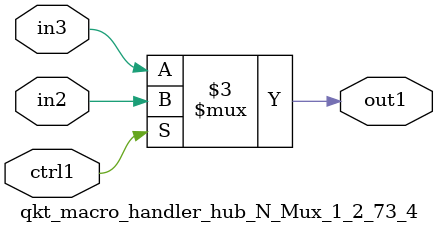
<source format=v>

`timescale 1ps / 1ps


module qkt_macro_handler_hub_N_Mux_1_2_73_4( in3, in2, ctrl1, out1 );

    input in3;
    input in2;
    input ctrl1;
    output out1;
    reg out1;

    
    // rtl_process:qkt_macro_handler_hub_N_Mux_1_2_73_4/qkt_macro_handler_hub_N_Mux_1_2_73_4_thread_1
    always @*
      begin : qkt_macro_handler_hub_N_Mux_1_2_73_4_thread_1
        case (ctrl1) 
          1'b1: 
            begin
              out1 = in2;
            end
          default: 
            begin
              out1 = in3;
            end
        endcase
      end

endmodule



</source>
